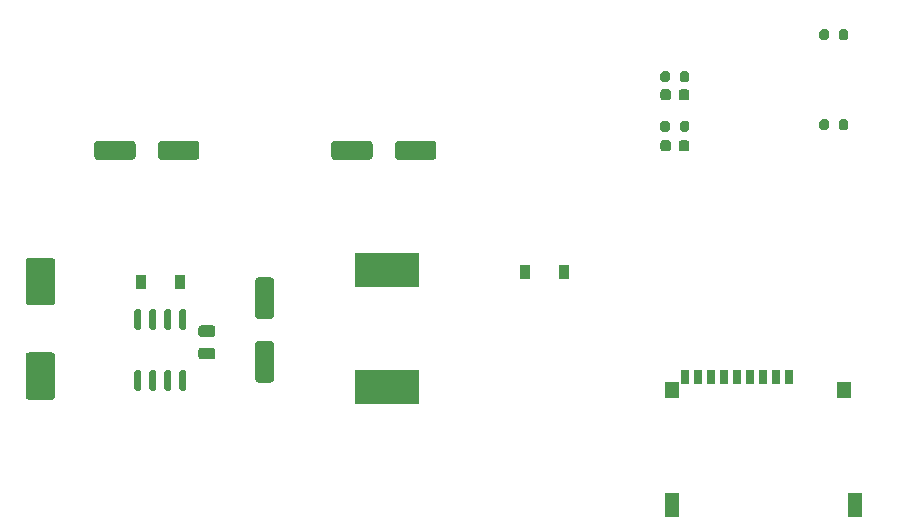
<source format=gbr>
%TF.GenerationSoftware,KiCad,Pcbnew,(5.1.9)-1*%
%TF.CreationDate,2021-05-11T15:40:24+01:00*%
%TF.ProjectId,ESP32_Plotter_Controller_revA,45535033-325f-4506-9c6f-747465725f43,rev?*%
%TF.SameCoordinates,Original*%
%TF.FileFunction,Paste,Top*%
%TF.FilePolarity,Positive*%
%FSLAX46Y46*%
G04 Gerber Fmt 4.6, Leading zero omitted, Abs format (unit mm)*
G04 Created by KiCad (PCBNEW (5.1.9)-1) date 2021-05-11 15:40:24*
%MOMM*%
%LPD*%
G01*
G04 APERTURE LIST*
%ADD10R,1.200000X2.000000*%
%ADD11R,1.200000X1.400000*%
%ADD12R,0.700000X1.300000*%
%ADD13R,0.900000X1.200000*%
%ADD14R,5.400000X2.900000*%
G04 APERTURE END LIST*
D10*
%TO.C,J8*%
X200597500Y-118318000D03*
X185097500Y-118318000D03*
D11*
X199697500Y-108618000D03*
X185097500Y-108593000D03*
D12*
X194997500Y-107518000D03*
X193897500Y-107518000D03*
X192797500Y-107518000D03*
X191697500Y-107518000D03*
X190597500Y-107518000D03*
X189497500Y-107518000D03*
X188397500Y-107518000D03*
X187297500Y-107518000D03*
X186197500Y-107518000D03*
%TD*%
%TO.C,C1*%
G36*
G01*
X130635500Y-105441500D02*
X132635500Y-105441500D01*
G75*
G02*
X132885500Y-105691500I0J-250000D01*
G01*
X132885500Y-109191500D01*
G75*
G02*
X132635500Y-109441500I-250000J0D01*
G01*
X130635500Y-109441500D01*
G75*
G02*
X130385500Y-109191500I0J250000D01*
G01*
X130385500Y-105691500D01*
G75*
G02*
X130635500Y-105441500I250000J0D01*
G01*
G37*
G36*
G01*
X130635500Y-97441500D02*
X132635500Y-97441500D01*
G75*
G02*
X132885500Y-97691500I0J-250000D01*
G01*
X132885500Y-101191500D01*
G75*
G02*
X132635500Y-101441500I-250000J0D01*
G01*
X130635500Y-101441500D01*
G75*
G02*
X130385500Y-101191500I0J250000D01*
G01*
X130385500Y-97691500D01*
G75*
G02*
X130635500Y-97441500I250000J0D01*
G01*
G37*
%TD*%
%TO.C,C2*%
G36*
G01*
X145257500Y-105034500D02*
X146207500Y-105034500D01*
G75*
G02*
X146457500Y-105284500I0J-250000D01*
G01*
X146457500Y-105784500D01*
G75*
G02*
X146207500Y-106034500I-250000J0D01*
G01*
X145257500Y-106034500D01*
G75*
G02*
X145007500Y-105784500I0J250000D01*
G01*
X145007500Y-105284500D01*
G75*
G02*
X145257500Y-105034500I250000J0D01*
G01*
G37*
G36*
G01*
X145257500Y-103134500D02*
X146207500Y-103134500D01*
G75*
G02*
X146457500Y-103384500I0J-250000D01*
G01*
X146457500Y-103884500D01*
G75*
G02*
X146207500Y-104134500I-250000J0D01*
G01*
X145257500Y-104134500D01*
G75*
G02*
X145007500Y-103884500I0J250000D01*
G01*
X145007500Y-103384500D01*
G75*
G02*
X145257500Y-103134500I250000J0D01*
G01*
G37*
%TD*%
%TO.C,C3*%
G36*
G01*
X151172000Y-102585500D02*
X150072000Y-102585500D01*
G75*
G02*
X149822000Y-102335500I0J250000D01*
G01*
X149822000Y-99335500D01*
G75*
G02*
X150072000Y-99085500I250000J0D01*
G01*
X151172000Y-99085500D01*
G75*
G02*
X151422000Y-99335500I0J-250000D01*
G01*
X151422000Y-102335500D01*
G75*
G02*
X151172000Y-102585500I-250000J0D01*
G01*
G37*
G36*
G01*
X151172000Y-107985500D02*
X150072000Y-107985500D01*
G75*
G02*
X149822000Y-107735500I0J250000D01*
G01*
X149822000Y-104735500D01*
G75*
G02*
X150072000Y-104485500I250000J0D01*
G01*
X151172000Y-104485500D01*
G75*
G02*
X151422000Y-104735500I0J-250000D01*
G01*
X151422000Y-107735500D01*
G75*
G02*
X151172000Y-107985500I-250000J0D01*
G01*
G37*
%TD*%
%TO.C,C6*%
G36*
G01*
X161668500Y-88878500D02*
X161668500Y-87778500D01*
G75*
G02*
X161918500Y-87528500I250000J0D01*
G01*
X164918500Y-87528500D01*
G75*
G02*
X165168500Y-87778500I0J-250000D01*
G01*
X165168500Y-88878500D01*
G75*
G02*
X164918500Y-89128500I-250000J0D01*
G01*
X161918500Y-89128500D01*
G75*
G02*
X161668500Y-88878500I0J250000D01*
G01*
G37*
G36*
G01*
X156268500Y-88878500D02*
X156268500Y-87778500D01*
G75*
G02*
X156518500Y-87528500I250000J0D01*
G01*
X159518500Y-87528500D01*
G75*
G02*
X159768500Y-87778500I0J-250000D01*
G01*
X159768500Y-88878500D01*
G75*
G02*
X159518500Y-89128500I-250000J0D01*
G01*
X156518500Y-89128500D01*
G75*
G02*
X156268500Y-88878500I0J250000D01*
G01*
G37*
%TD*%
%TO.C,C7*%
G36*
G01*
X141602500Y-88878500D02*
X141602500Y-87778500D01*
G75*
G02*
X141852500Y-87528500I250000J0D01*
G01*
X144852500Y-87528500D01*
G75*
G02*
X145102500Y-87778500I0J-250000D01*
G01*
X145102500Y-88878500D01*
G75*
G02*
X144852500Y-89128500I-250000J0D01*
G01*
X141852500Y-89128500D01*
G75*
G02*
X141602500Y-88878500I0J250000D01*
G01*
G37*
G36*
G01*
X136202500Y-88878500D02*
X136202500Y-87778500D01*
G75*
G02*
X136452500Y-87528500I250000J0D01*
G01*
X139452500Y-87528500D01*
G75*
G02*
X139702500Y-87778500I0J-250000D01*
G01*
X139702500Y-88878500D01*
G75*
G02*
X139452500Y-89128500I-250000J0D01*
G01*
X136452500Y-89128500D01*
G75*
G02*
X136202500Y-88878500I0J250000D01*
G01*
G37*
%TD*%
D13*
%TO.C,D1*%
X172657500Y-98615500D03*
X175957500Y-98615500D03*
%TD*%
%TO.C,D2*%
X140145500Y-99504500D03*
X143445500Y-99504500D03*
%TD*%
D14*
%TO.C,L1*%
X160972500Y-108394500D03*
X160972500Y-98494500D03*
%TD*%
%TO.C,R1*%
G36*
G01*
X185781500Y-82380500D02*
X185781500Y-81830500D01*
G75*
G02*
X185981500Y-81630500I200000J0D01*
G01*
X186381500Y-81630500D01*
G75*
G02*
X186581500Y-81830500I0J-200000D01*
G01*
X186581500Y-82380500D01*
G75*
G02*
X186381500Y-82580500I-200000J0D01*
G01*
X185981500Y-82580500D01*
G75*
G02*
X185781500Y-82380500I0J200000D01*
G01*
G37*
G36*
G01*
X184131500Y-82380500D02*
X184131500Y-81830500D01*
G75*
G02*
X184331500Y-81630500I200000J0D01*
G01*
X184731500Y-81630500D01*
G75*
G02*
X184931500Y-81830500I0J-200000D01*
G01*
X184931500Y-82380500D01*
G75*
G02*
X184731500Y-82580500I-200000J0D01*
G01*
X184331500Y-82580500D01*
G75*
G02*
X184131500Y-82380500I0J200000D01*
G01*
G37*
%TD*%
%TO.C,R2*%
G36*
G01*
X185781500Y-86571500D02*
X185781500Y-86021500D01*
G75*
G02*
X185981500Y-85821500I200000J0D01*
G01*
X186381500Y-85821500D01*
G75*
G02*
X186581500Y-86021500I0J-200000D01*
G01*
X186581500Y-86571500D01*
G75*
G02*
X186381500Y-86771500I-200000J0D01*
G01*
X185981500Y-86771500D01*
G75*
G02*
X185781500Y-86571500I0J200000D01*
G01*
G37*
G36*
G01*
X184131500Y-86571500D02*
X184131500Y-86021500D01*
G75*
G02*
X184331500Y-85821500I200000J0D01*
G01*
X184731500Y-85821500D01*
G75*
G02*
X184931500Y-86021500I0J-200000D01*
G01*
X184931500Y-86571500D01*
G75*
G02*
X184731500Y-86771500I-200000J0D01*
G01*
X184331500Y-86771500D01*
G75*
G02*
X184131500Y-86571500I0J200000D01*
G01*
G37*
%TD*%
%TO.C,R3*%
G36*
G01*
X199243500Y-86444500D02*
X199243500Y-85894500D01*
G75*
G02*
X199443500Y-85694500I200000J0D01*
G01*
X199843500Y-85694500D01*
G75*
G02*
X200043500Y-85894500I0J-200000D01*
G01*
X200043500Y-86444500D01*
G75*
G02*
X199843500Y-86644500I-200000J0D01*
G01*
X199443500Y-86644500D01*
G75*
G02*
X199243500Y-86444500I0J200000D01*
G01*
G37*
G36*
G01*
X197593500Y-86444500D02*
X197593500Y-85894500D01*
G75*
G02*
X197793500Y-85694500I200000J0D01*
G01*
X198193500Y-85694500D01*
G75*
G02*
X198393500Y-85894500I0J-200000D01*
G01*
X198393500Y-86444500D01*
G75*
G02*
X198193500Y-86644500I-200000J0D01*
G01*
X197793500Y-86644500D01*
G75*
G02*
X197593500Y-86444500I0J200000D01*
G01*
G37*
%TD*%
%TO.C,R4*%
G36*
G01*
X199243500Y-78824500D02*
X199243500Y-78274500D01*
G75*
G02*
X199443500Y-78074500I200000J0D01*
G01*
X199843500Y-78074500D01*
G75*
G02*
X200043500Y-78274500I0J-200000D01*
G01*
X200043500Y-78824500D01*
G75*
G02*
X199843500Y-79024500I-200000J0D01*
G01*
X199443500Y-79024500D01*
G75*
G02*
X199243500Y-78824500I0J200000D01*
G01*
G37*
G36*
G01*
X197593500Y-78824500D02*
X197593500Y-78274500D01*
G75*
G02*
X197793500Y-78074500I200000J0D01*
G01*
X198193500Y-78074500D01*
G75*
G02*
X198393500Y-78274500I0J-200000D01*
G01*
X198393500Y-78824500D01*
G75*
G02*
X198193500Y-79024500I-200000J0D01*
G01*
X197793500Y-79024500D01*
G75*
G02*
X197593500Y-78824500I0J200000D01*
G01*
G37*
%TD*%
%TO.C,C4*%
G36*
G01*
X184131500Y-88197500D02*
X184131500Y-87697500D01*
G75*
G02*
X184356500Y-87472500I225000J0D01*
G01*
X184806500Y-87472500D01*
G75*
G02*
X185031500Y-87697500I0J-225000D01*
G01*
X185031500Y-88197500D01*
G75*
G02*
X184806500Y-88422500I-225000J0D01*
G01*
X184356500Y-88422500D01*
G75*
G02*
X184131500Y-88197500I0J225000D01*
G01*
G37*
G36*
G01*
X185681500Y-88197500D02*
X185681500Y-87697500D01*
G75*
G02*
X185906500Y-87472500I225000J0D01*
G01*
X186356500Y-87472500D01*
G75*
G02*
X186581500Y-87697500I0J-225000D01*
G01*
X186581500Y-88197500D01*
G75*
G02*
X186356500Y-88422500I-225000J0D01*
G01*
X185906500Y-88422500D01*
G75*
G02*
X185681500Y-88197500I0J225000D01*
G01*
G37*
%TD*%
%TO.C,C5*%
G36*
G01*
X185681500Y-83879500D02*
X185681500Y-83379500D01*
G75*
G02*
X185906500Y-83154500I225000J0D01*
G01*
X186356500Y-83154500D01*
G75*
G02*
X186581500Y-83379500I0J-225000D01*
G01*
X186581500Y-83879500D01*
G75*
G02*
X186356500Y-84104500I-225000J0D01*
G01*
X185906500Y-84104500D01*
G75*
G02*
X185681500Y-83879500I0J225000D01*
G01*
G37*
G36*
G01*
X184131500Y-83879500D02*
X184131500Y-83379500D01*
G75*
G02*
X184356500Y-83154500I225000J0D01*
G01*
X184806500Y-83154500D01*
G75*
G02*
X185031500Y-83379500I0J-225000D01*
G01*
X185031500Y-83879500D01*
G75*
G02*
X184806500Y-84104500I-225000J0D01*
G01*
X184356500Y-84104500D01*
G75*
G02*
X184131500Y-83879500I0J225000D01*
G01*
G37*
%TD*%
%TO.C,U4*%
G36*
G01*
X143550500Y-101769500D02*
X143850500Y-101769500D01*
G75*
G02*
X144000500Y-101919500I0J-150000D01*
G01*
X144000500Y-103369500D01*
G75*
G02*
X143850500Y-103519500I-150000J0D01*
G01*
X143550500Y-103519500D01*
G75*
G02*
X143400500Y-103369500I0J150000D01*
G01*
X143400500Y-101919500D01*
G75*
G02*
X143550500Y-101769500I150000J0D01*
G01*
G37*
G36*
G01*
X142280500Y-101769500D02*
X142580500Y-101769500D01*
G75*
G02*
X142730500Y-101919500I0J-150000D01*
G01*
X142730500Y-103369500D01*
G75*
G02*
X142580500Y-103519500I-150000J0D01*
G01*
X142280500Y-103519500D01*
G75*
G02*
X142130500Y-103369500I0J150000D01*
G01*
X142130500Y-101919500D01*
G75*
G02*
X142280500Y-101769500I150000J0D01*
G01*
G37*
G36*
G01*
X141010500Y-101769500D02*
X141310500Y-101769500D01*
G75*
G02*
X141460500Y-101919500I0J-150000D01*
G01*
X141460500Y-103369500D01*
G75*
G02*
X141310500Y-103519500I-150000J0D01*
G01*
X141010500Y-103519500D01*
G75*
G02*
X140860500Y-103369500I0J150000D01*
G01*
X140860500Y-101919500D01*
G75*
G02*
X141010500Y-101769500I150000J0D01*
G01*
G37*
G36*
G01*
X139740500Y-101769500D02*
X140040500Y-101769500D01*
G75*
G02*
X140190500Y-101919500I0J-150000D01*
G01*
X140190500Y-103369500D01*
G75*
G02*
X140040500Y-103519500I-150000J0D01*
G01*
X139740500Y-103519500D01*
G75*
G02*
X139590500Y-103369500I0J150000D01*
G01*
X139590500Y-101919500D01*
G75*
G02*
X139740500Y-101769500I150000J0D01*
G01*
G37*
G36*
G01*
X139740500Y-106919500D02*
X140040500Y-106919500D01*
G75*
G02*
X140190500Y-107069500I0J-150000D01*
G01*
X140190500Y-108519500D01*
G75*
G02*
X140040500Y-108669500I-150000J0D01*
G01*
X139740500Y-108669500D01*
G75*
G02*
X139590500Y-108519500I0J150000D01*
G01*
X139590500Y-107069500D01*
G75*
G02*
X139740500Y-106919500I150000J0D01*
G01*
G37*
G36*
G01*
X141010500Y-106919500D02*
X141310500Y-106919500D01*
G75*
G02*
X141460500Y-107069500I0J-150000D01*
G01*
X141460500Y-108519500D01*
G75*
G02*
X141310500Y-108669500I-150000J0D01*
G01*
X141010500Y-108669500D01*
G75*
G02*
X140860500Y-108519500I0J150000D01*
G01*
X140860500Y-107069500D01*
G75*
G02*
X141010500Y-106919500I150000J0D01*
G01*
G37*
G36*
G01*
X142280500Y-106919500D02*
X142580500Y-106919500D01*
G75*
G02*
X142730500Y-107069500I0J-150000D01*
G01*
X142730500Y-108519500D01*
G75*
G02*
X142580500Y-108669500I-150000J0D01*
G01*
X142280500Y-108669500D01*
G75*
G02*
X142130500Y-108519500I0J150000D01*
G01*
X142130500Y-107069500D01*
G75*
G02*
X142280500Y-106919500I150000J0D01*
G01*
G37*
G36*
G01*
X143550500Y-106919500D02*
X143850500Y-106919500D01*
G75*
G02*
X144000500Y-107069500I0J-150000D01*
G01*
X144000500Y-108519500D01*
G75*
G02*
X143850500Y-108669500I-150000J0D01*
G01*
X143550500Y-108669500D01*
G75*
G02*
X143400500Y-108519500I0J150000D01*
G01*
X143400500Y-107069500D01*
G75*
G02*
X143550500Y-106919500I150000J0D01*
G01*
G37*
%TD*%
M02*

</source>
